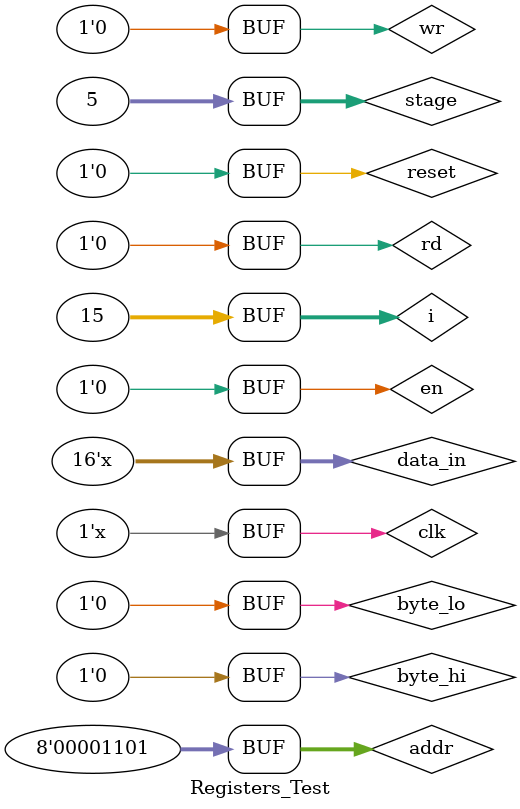
<source format=v>



module Registers_Test;

  parameter ADDR_WIDTH=8;
  parameter DATA_WIDTH=16;

  reg clk;          // System clock
  reg reset;        // System reset

  reg en;           // Access enable
  reg rd;           // Read enable
  reg wr;           // Write enable
  reg byte_lo;      // Low byte enable
  reg byte_hi;      // High byte enable

  reg [ADDR_WIDTH-1:0] addr;
  reg [DATA_WIDTH-1:0] data_in;
  wire [DATA_WIDTH-1:0] data_out;

  Registers #(.ADDR_WIDTH(ADDR_WIDTH), .DATA_WIDTH(DATA_WIDTH))
      registers(.reset(reset),
                .en(en),
                .rd(rd),
                .wr(wr),
                .be({byte_hi, byte_lo}),
                .addr(addr),
                .data_in(data_in),
                .data_out(data_out));

  // Generate clock.
  always
    #1 clk = ~clk;

  integer i;
  integer stage = 0;

  initial begin
    clk = 0;

    reset = 0;
    byte_hi = 1;
    byte_lo = 1;
    en = 0;
    rd = 0;
    wr = 0;

    // Reset
    #5 reset = 1;
    #1 reset = 0;

    #5 stage = 1;
    #1 read_test();

    #1 addr = 'bx;

    // Test some writes
    #5 stage = 2;
    #1 write16(0, 'hdead);
    #1 write16(2, 'hbeef);
    #1 write16(4, 'hcafe);
    #1 write16(8, 'hface);
    #1 write16(16, 'hbead);
    #1 write16(18, 'hfade);
    #1 write16(24, 'hdeaf);
    #1 write16(26, 'hface);
    #1 write16(28, 'hface);
    #1 write16(30, 'hface);

    #1 addr = 'bx;

    // Test some reads
    #5 stage = 3;
    #1 read_test();

    #1 addr = 'bx;

    // Test some byte writes
    #5 stage = 4;
    for (i = 0; i < 15; i = i + 1)
    begin
      #1 write8(i * 2, 'h0000);
      #1 write8(i * 2 + 1, 'hffff);
    end

    // Test some reads
    #5 stage = 5;
    #1 read_test();

  end

  // Task to write a word.
  task write16;
    input [ADDR_WIDTH-1:0] addr_arg;
    input [DATA_WIDTH-1:0] data_arg;
    begin
          addr = addr_arg >> 1;
          data_in = data_arg;
      #1  en = 1; rd = 0; wr = 1; byte_lo = 1; byte_hi = 1;
      #1  en = 1; rd = 0; wr = 0;
      #1  en = 0; rd = 0; wr = 0; byte_lo = 0; byte_hi = 0;
    end
  endtask

  // Task to write a byte.
  task write8;
    input [ADDR_WIDTH-1:0] addr_arg;
    input [DATA_WIDTH/2-1:0] data_arg;
    begin
          addr = addr_arg >> 1;
          data_in = {data_arg, data_arg};
      #1  en = 1; rd = 0; wr = 1; byte_lo = ~addr_arg[0]; byte_hi = addr_arg[0];
      #1  en = 1; rd = 0; wr = 0;
      #1  en = 0; rd = 0; wr = 0; byte_lo = 0; byte_hi = 0;
    end
  endtask

  // Task to read a word.
  task read;
    input [ADDR_WIDTH-1:0] addr_arg;
    begin
          addr = addr_arg >> 1;
          data_in = 'bz;
      #1  en = 1; rd = 1; wr = 0;
      #3  en = 1; rd = 0; wr = 0;
      #1  en = 0; rd = 0; wr = 0;
    end
  endtask

  // Readback test for the register
  task read_test;
    begin
      // Test some reads
      #5 read(0);
      #1 read(2);
      #1 read(4);
      #1 read(8);
      #1 read(16);
      #1 read(17);
      #1 read(18);
      #1 read(19);
      #1 read(24);
      #1 read(25);
      #1 read(26);
      #1 read(27);
    end
  endtask

endmodule

</source>
